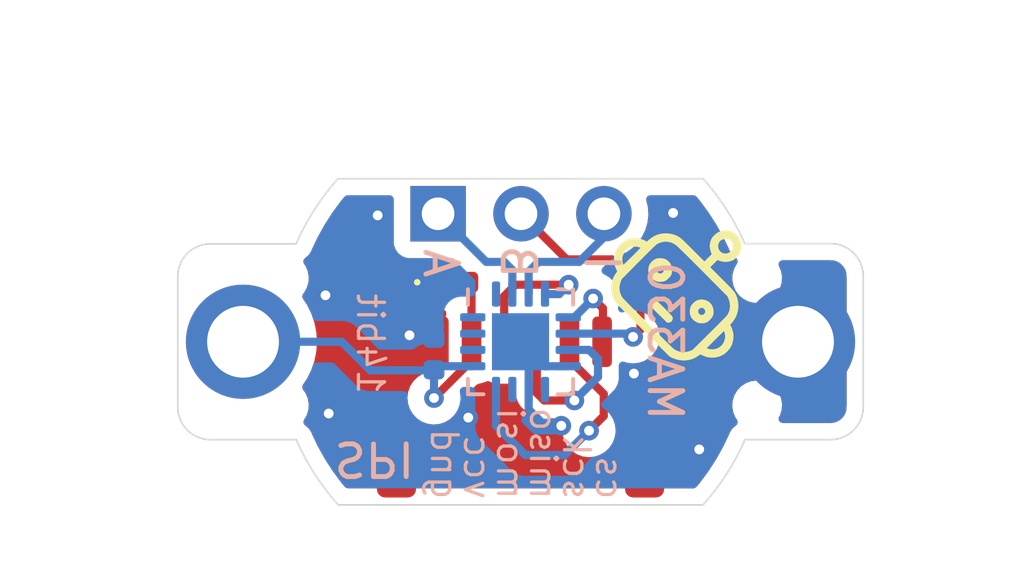
<source format=kicad_pcb>
(kicad_pcb (version 20211014) (generator pcbnew)
  (layers (0 "F.Cu" signal) (31 "B.Cu" signal) (34 "B.Paste" user) (35 "F.Paste" user) (36 "B.SilkS" user "B.Silkscreen") (37 "F.SilkS" user "F.Silkscreen") (38 "B.Mask" user) (39 "F.Mask" user) (44 "Edge.Cuts" user))
  (net 0 "")
  (net 1 "VCC")
  (net 2 "GND")
  (net 3 "Net-(D1-Pad1)")
  (net 4 "/MOSI")
  (net 5 "/MISO")
  (net 6 "/SCK")
  (net 7 "/nCS")
  (net 8 "/ABI_A")
  (net 9 "/ABI_B")
  (net 10 "/ABI_I")
  (footprint "LED_SMD:LED_0402_1005Metric" (layer "F.Cu") (at 97.925 78.175)
    (fp_text reference "D1")
    (fp_text value "green")
    (fp_circle (center -1.09 0) (end -1.04 0) (layer "F.SilkS") (width 0.1) (fill none))
    (pad "1" smd roundrect locked (at -0.485 0) (size 0.59 0.64) (layers "F.Cu" "F.Paste" "F.Mask") (net 3 "Net-(D1-Pad1)"))
    (pad "2" smd roundrect locked (at 0.485 0) (size 0.59 0.64) (layers "F.Cu" "F.Paste" "F.Mask") (net 1 "VCC"))
  )
  (footprint "MountingHole:MountingHole_2.2mm_M2_ISO7380_Pad" (layer "F.Cu") (at 91.5 80)
    (fp_text reference "H1")
    (fp_text value "MountingHole_Pad")
    (pad "1" thru_hole circle locked (at 0 0) (size 3.5 3.5) (drill 2.2) (layers *.Cu *.Mask) (net 1 "VCC"))
  )
  (footprint "MountingHole:MountingHole_2.2mm_M2_ISO7380_Pad" (layer "F.Cu") (at 108.5 80)
    (fp_text reference "H2")
    (fp_text value "MountingHole_Pad")
    (pad "1" thru_hole circle locked (at 0 0) (size 3.5 3.5) (drill 2.2) (layers *.Cu *.Mask) (net 2 "GND"))
  )
  (footprint "Connector_JST:JST_SH_SM06B-SRSS-TB_1x06-1MP_P1.00mm_Horizontal" (layer "F.Cu") (at 100 82)
    (fp_text reference "J1")
    (fp_text value "Conn_01x06_MountingPin")
    (pad "1" smd roundrect (at -2.5 -2) (size 0.6 1.55) (layers "F.Cu" "F.Paste" "F.Mask") (net 2 "GND"))
    (pad "2" smd roundrect (at -1.5 -2) (size 0.6 1.55) (layers "F.Cu" "F.Paste" "F.Mask") (net 1 "VCC"))
    (pad "3" smd roundrect (at -0.5 -2) (size 0.6 1.55) (layers "F.Cu" "F.Paste" "F.Mask") (net 4 "/MOSI"))
    (pad "4" smd roundrect (at 0.5 -2) (size 0.6 1.55) (layers "F.Cu" "F.Paste" "F.Mask") (net 5 "/MISO"))
    (pad "5" smd roundrect (at 1.5 -2) (size 0.6 1.55) (layers "F.Cu" "F.Paste" "F.Mask") (net 6 "/SCK"))
    (pad "6" smd roundrect (at 2.5 -2) (size 0.6 1.55) (layers "F.Cu" "F.Paste" "F.Mask") (net 7 "/nCS"))
    (pad "MP" smd roundrect (at -3.8 1.875) (size 1.2 1.8) (layers "F.Cu" "F.Paste" "F.Mask") (roundrect_rratio 0.2083333333) (net 2 "GND"))
    (pad "MP" smd roundrect (at 3.8 1.875) (size 1.2 1.8) (layers "F.Cu" "F.Paste" "F.Mask") (roundrect_rratio 0.2083333333) (net 2 "GND"))
  )
  (footprint "Connector_PinHeader_2.54mm:PinHeader_1x03_P2.54mm_Vertical" (layer "F.Cu") (at 97.475 76.075 90)
    (fp_text reference "J2")
    (fp_text value "Castellations_ABI")
    (pad "1" thru_hole rect locked (at 0 0 90) (size 1.7 1.7) (drill 1) (layers *.Cu *.Mask) (net 8 "/ABI_A"))
    (pad "2" thru_hole oval locked (at 0 2.54 90) (size 1.7 1.7) (drill 1) (layers *.Cu *.Mask) (net 9 "/ABI_B"))
    (pad "3" thru_hole oval locked (at 0 5.08 90) (size 1.7 1.7) (drill 1) (layers *.Cu *.Mask) (net 10 "/ABI_I"))
  )
  (footprint "Resistor_SMD:R_0402_1005Metric" (layer "F.Cu") (at 95.625 78.17 180)
    (fp_text reference "R1")
    (fp_text value "1k")
    (pad "1" smd roundrect locked (at -0.485 0 180) (size 0.59 0.64) (layers "F.Cu" "F.Paste" "F.Mask") (net 3 "Net-(D1-Pad1)"))
    (pad "2" smd roundrect locked (at 0.485 0 180) (size 0.59 0.64) (layers "F.Cu" "F.Paste" "F.Mask") (net 2 "GND"))
  )
  (footprint "runger:Mousebite" (layer "F.Cu") (at 107.25 81.95)
    (fp_text reference "H**" hide)
    (fp_text value "Mousebite" hide)
    (pad "" np_thru_hole circle locked (at 0 0) (size 0.5 0.5) (drill 0.5) (layers *.Cu *.Mask))
  )
  (footprint "runger:Mousebite" (layer "F.Cu") (at 107.25 78.05)
    (fp_text reference "H**" hide)
    (fp_text value "Mousebite" hide)
    (pad "" np_thru_hole circle locked (at 0 0) (size 0.5 0.5) (drill 0.5) (layers *.Cu *.Mask))
  )
  (footprint "runger:Mousebite" (layer "F.Cu") (at 92.75 81.95)
    (fp_text reference "H**" hide)
    (fp_text value "Mousebite" hide)
    (pad "" np_thru_hole circle locked (at 0 0) (size 0.5 0.5) (drill 0.5) (layers *.Cu *.Mask))
  )
  (footprint "runger:Mousebite" (layer "F.Cu") (at 92.75 78.05)
    (fp_text reference "H**" hide)
    (fp_text value "Mousebite" hide)
    (pad "" np_thru_hole circle locked (at 0 0) (size 0.5 0.5) (drill 0.5) (layers *.Cu *.Mask))
  )
  (footprint "runger:Robo_logo2" (layer "F.Cu") (at 105.175 78.175 -45)
    (fp_text reference "L1" hide)
    (fp_text value "Robo_Logo" hide)
    (fp_poly (pts (xy 0.097813 -2.033273) (xy 0.186492 -2.006246) (xy 0.268214 -1.96053) (xy 0.34422 -1.895576) (xy 0.353277 -1.886187) (xy 0.40812 -1.817965) (xy 0.44613 -1.745631) (xy 0.4685 -1.665749) (xy 0.476428 -1.574883) (xy 0.475802 -1.534168) (xy 0.473144 -1.485324) (xy 0.468585 -1.449197) (xy 0.460295 -1.418185) (xy 0.446443 -1.384687) (xy 0.433155 -1.3571) (xy 0.38195 -1.273063) (xy 0.318455 -1.204615) (xy 0.240771 -1.149882) (xy 0.203514 -1.13056) (xy 0.122471 -1.0922) (xy 0.122195 -0.93218) (xy 0.12192 -0.77216) (xy 0.61722 -0.771984) (xy 0.739095 -0.77186) (xy 0.842638 -0.771477) (xy 0.929835 -0.770681) (xy 1.002672 -0.769317) (xy 1.063137 -0.767231) (xy 1.113215 -0.764267) (xy 1.154894 -0.760272) (xy 1.19016 -0.755089) (xy 1.221001 -0.748566) (xy 1.249402 -0.740546) (xy 1.277351 -0.730876) (xy 1.306834 -0.719399) (xy 1.310281 -0.71801) (xy 1.397129 -0.677159) (xy 1.47441 -0.627391) (xy 1.549244 -0.563975) (xy 1.565153 -0.54864) (xy 1.64756 -0.454337) (xy 1.711593 -0.351364) (xy 1.751969 -0.255855) (xy 1.769983 -0.192551) (xy 1.784764 -0.121009) (xy 1.794734 -0.05026) (xy 1.79832 0.009764) (xy 1.799879 0.035382) (xy 1.808524 0.047841) (xy 1.830203 0.05427) (xy 1.83642 0.055422) (xy 1.883138 0.069054) (xy 1.938766 0.093237) (xy 1.997289 0.12473) (xy 2.052698 0.160289) (xy 2.098981 0.196672) (xy 2.100044 0.197632) (xy 2.166196 0.267786) (xy 2.224251 0.349103) (xy 2.269513 0.43461) (xy 2.283777 0.47065) (xy 2.302854 0.544344) (xy 2.313502 0.62867) (xy 2.315313 0.715594) (xy 2.307882 0.797078) (xy 2.301839 0.82804) (xy 2.267383 0.931737) (xy 2.21538 1.028275) (xy 2.148023 1.115306) (xy 2.067506 1.190481) (xy 1.976023 1.251453) (xy 1.875768 1.295873) (xy 1.859849 1.301043) (xy 1.828188 1.312774) (xy 1.805002 1.324939) (xy 1.797128 1.332267) (xy 1.792292 1.348767) (xy 1.786004 1.37906) (xy 1.779571 1.416808) (xy 1.779154 1.419531) (xy 1.752587 1.528373) (xy 1.707662 1.632248) (xy 1.646122 1.729159) (xy 1.569712 1.817109) (xy 1.480174 1.8941) (xy 1.379254 1.958136) (xy 1.268694 2.007217) (xy 1.26492 2.008553) (xy 1.18364 2.03708) (xy 0.0254 2.038938) (xy -0.160295 2.039194) (xy -0.326694 2.039328) (xy -0.474822 2.03933) (xy -0.605704 2.039191) (xy -0.720364 2.0389) (xy -0.819827 2.038449) (xy -0.905117 2.037826) (xy -0.977259 2.037023) (xy -1.037276 2.036031) (xy -1.086194 2.034838) (xy -1.125037 2.033435) (xy -1.15483 2.031814) (xy -1.176596 2.029963) (xy -1.191361 2.027873) (xy -1.1938 2.027374) (xy -1.304486 1.993291) (xy -1.408518 1.942326) (xy -1.503918 1.876537) (xy -1.588705 1.797979) (xy -1.660899 1.708708) (xy -1.718521 1.610779) (xy -1.75959 1.50625) (xy -1.779155 1.419531) (xy -1.78555 1.381502) (xy -1.79189 1.35049) (xy -1.796869 1.332833) (xy -1.797129 1.332267) (xy -1.810012 1.321823) (xy -1.836099 1.309459) (xy -1.85985 1.301043) (xy -1.949042 1.26608) (xy -2.030205 1.217852) (xy -2.108185 1.153335) (xy -2.128746 1.13331) (xy -2.202097 1.048655) (xy -2.25641 0.959996) (xy -2.292558 0.865054) (xy -2.311415 0.76155) (xy -2.313737 0.661106) (xy -2.069701 0.661106) (xy -2.064993 0.741119) (xy -2.064803 0.742151) (xy -2.039303 0.831107) (xy -1.998459 0.908416) (xy -1.952029 0.963925) (xy -1.920202 0.991581) (xy -1.88405 1.017948) (xy -1.848823 1.039695) (xy -1.819771 1.05349) (xy -1.80594 1.056631) (xy -1.804215 1.046846) (xy -1.802626 1.018977) (xy -1.801219 0.975261) (xy -1.80004 0.917932) (xy -1.799134 0.849229) (xy -1.798546 0.771386) (xy -1.798321 0.68664) (xy -1.79832 0.68072) (xy -1.798462 0.595587) (xy -1.798863 0.517207) (xy -1.799493 0.447814) (xy -1.80032 0.389645) (xy -1.800338 0.388824) (xy -1.54274 0.388824) (xy -1.542529 0.535018) (xy -1.542104 0.666108) (xy -1.53924 1.397) (xy -1.515308 1.456336) (xy -1.467107 1.550437) (xy -1.404381 1.631517) (xy -1.328757 1.698202) (xy -1.241861 1.749117) (xy -1.14532 1.782889) (xy -1.12268 1.787936) (xy -1.10573 1.789301) (xy -1.070106 1.790558) (xy -1.017456 1.791708) (xy -0.949427 1.792749) (xy -0.867665 1.793681) (xy -0.773818 1.794502) (xy -0.669531 1.795214) (xy -0.556453 1.795814) (xy -0.436228 1.796302) (xy -0.310505 1.796677) (xy -0.180931 1.79694) (xy -0.049151 1.797088) (xy 0.083187 1.797122) (xy 0.214437 1.797041) (xy 0.342951 1.796844) (xy 0.467084 1.79653) (xy 0.585187 1.796099) (xy 0.695615 1.79555) (xy 0.796721 1.794883) (xy 0.886857 1.794096) (xy 0.964377 1.793189) (xy 1.027635 1.792162) (xy 1.074983 1.791014) (xy 1.104775 1.789744) (xy 1.114014 1.788839) (xy 1.21477 1.759864) (xy 1.305507 1.713636) (xy 1.384854 1.651291) (xy 1.451441 1.573965) (xy 1.503899 1.482793) (xy 1.515307 1.456336) (xy 1.53924 1.397) (xy 1.542068 0.674918) (xy 1.79832 0.674918) (xy 1.79832 1.058009) (xy 1.82118 1.051365) (xy 1.841503 1.042282) (xy 1.871333 1.025356) (xy 1.898977 1.007702) (xy 1.964323 0.952274) (xy 2.014104 0.88628) (xy 2.048092 0.812482) (xy 2.06606 0.733646) (xy 2.06778 0.652533) (xy 2.053025 0.571909) (xy 2.021565 0.494536) (xy 1.973174 0.423177) (xy 1.949301 0.397211) (xy 1.923071 0.374374) (xy 1.890114 0.35027) (xy 1.855868 0.328353) (xy 1.82577 0.312075) (xy 1.80526 0.304887) (xy 1.803737 0.3048) (xy 1.802511 0.314587) (xy 1.801383 0.34246) (xy 1.800383 0.386185) (xy 1.799545 0.443528) (xy 1.7989 0.512253) (xy 1.798481 0.590128) (xy 1.79832 0.674918) (xy 1.542068 0.674918) (xy 1.542103 0.666108) (xy 1.542599 0.497897) (xy 1.54269 0.349966) (xy 1.542376 0.22228) (xy 1.541655 0.114804) (xy 1.540528 0.027501) (xy 1.538994 -0.039662) (xy 1.537053 -0.086723) (xy 1.534705 -0.113716) (xy 1.534153 -0.116872) (xy 1.505381 -0.206853) (xy 1.458852 -0.290619) (xy 1.396771 -0.365731) (xy 1.321347 -0.429749) (xy 1.234787 -0.480235) (xy 1.187567 -0.499805) (xy 1.12268 -0.52324) (xy 0.06096 -0.52619) (xy -0.121935 -0.526594) (xy -0.291295 -0.526757) (xy -0.446409 -0.526683) (xy -0.586564 -0.526377) (xy -0.71105 -0.525842) (xy -0.819155 -0.525084) (xy -0.910166 -0.524108) (xy -0.983372 -0.522917) (xy -1.038061 -0.521516) (xy -1.073521 -0.519909) (xy -1.084301 -0.518973) (xy -1.179842 -0.499897) (xy -1.264409 -0.466246) (xy -1.342058 -0.415999) (xy -1.405094 -0.359298) (xy -1.448956 -0.305335) (xy -1.488414 -0.239423) (xy -1.518989 -0.169931) (xy -1.533737 -0.11888) (xy -1.536183 -0.098098) (xy -1.538233 -0.060901) (xy -1.539893 -0.006788) (xy -1.541168 0.06474) (xy -1.542064 0.154185) (xy -1.542586 0.262046) (xy -1.54274 0.388824) (xy -1.800338 0.388824) (xy -1.80131 0.344937) (xy -1.802432 0.315925) (xy -1.803653 0.304846) (xy -1.803738 0.3048) (xy -1.815097 0.30903) (xy -1.838533 0.319909) (xy -1.858339 0.329722) (xy -1.925864 0.37472) (xy -1.982583 0.433994) (xy -2.026675 0.503907) (xy -2.056322 0.580823) (xy -2.069701 0.661106) (xy -2.313737 0.661106) (xy -2.313989 0.65024) (xy -2.300325 0.536454) (xy -2.269047 0.432407) (xy -2.219626 0.336961) (xy -2.151529 0.248981) (xy -2.104251 0.201827) (xy -2.055759 0.162847) (xy -1.998681 0.125465) (xy -1.938894 0.092906) (xy -1.882278 0.068396) (xy -1.837853 0.055691) (xy -1.801186 0.049076) (xy -1.794474 -0.038236) (xy -1.781416 -0.144723) (xy -1.758995 -0.238269) (xy -1.727587 -0.320816) (xy -1.668331 -0.427322) (xy -1.592792 -0.523024) (xy -1.502942 -0.606046) (xy -1.400753 -0.674511) (xy -1.310282 -0.71801) (xy -1.280506 -0.729696) (xy -1.252485 -0.739559) (xy -1.224232 -0.747754) (xy -1.19376 -0.754436) (xy -1.159082 -0.759759) (xy -1.118211 -0.763878) (xy -1.069161 -0.766948) (xy -1.009945 -0.769124) (xy -0.938576 -0.77056) (xy -0.853068 -0.771412) (xy -0.751434 -0.771833) (xy -0.631687 -0.771978) (xy -0.61722 -0.771984) (xy -0.12192 -0.77216) (xy -0.122472 -1.0922) (xy -0.203515 -1.13056) (xy -0.287715 -1.1801) (xy -0.356929 -1.242569) (xy -0.413057 -1.31984) (xy -0.433156 -1.3571) (xy -0.451754 -1.39651) (xy -0.463563 -1.428344) (xy -0.470417 -1.460207) (xy -0.474144 -1.499698) (xy -0.475803 -1.534168) (xy -0.47547 -1.54385) (xy -0.232207 -1.54385) (xy -0.226704 -1.511201) (xy -0.212015 -1.473437) (xy -0.210775 -1.470716) (xy -0.173627 -1.411857) (xy -0.1245 -1.368254) (xy -0.06612 -1.341137) (xy -0.001214 -1.331737) (xy 0.067493 -1.341287) (xy 0.072558 -1.342752) (xy 0.124102 -1.367849) (xy 0.170263 -1.408459) (xy 0.20593 -1.459777) (xy 0.213119 -1.474894) (xy 0.230063 -1.538334) (xy 0.228163 -1.602024) (xy 0.20856 -1.662537) (xy 0.172395 -1.716447) (xy 0.120809 -1.760327) (xy 0.117368 -1.762492) (xy 0.085246 -1.780217) (xy 0.056158 -1.789549) (xy 0.020627 -1.792969) (xy 0 -1.79324) (xy -0.041527 -1.791671) (xy -0.072343 -1.785309) (xy -0.101926 -1.77167) (xy -0.117369 -1.762492) (xy -0.170455 -1.718251) (xy -0.208183 -1.661915) (xy -0.228624 -1.596556) (xy -0.230486 -1.5825) (xy -0.232207 -1.54385) (xy -0.47547 -1.54385) (xy -0.472336 -1.634808) (xy -0.452825 -1.724048) (xy -0.416505 -1.803885) (xy -0.362609 -1.876319) (xy -0.332953 -1.906526) (xy -0.257649 -1.967521) (xy -0.179661 -2.009557) (xy -0.095663 -2.033983) (xy -0.002332 -2.042152) (xy 0.000938 -2.042161) (xy 0.097813 -2.033273)) (layer "F.SilkS") (width 0.01) (fill solid))
    (fp_poly (pts (xy 0.986438 0.014923) (xy 1.060362 0.044017) (xy 1.127592 0.088719) (xy 1.161498 0.120766) (xy 1.203048 0.170304) (xy 1.230682 0.217184) (xy 1.246804 0.267721) (xy 1.253812 0.328229) (xy 1.254653 0.36576) (xy 1.253911 0.414946) (xy 1.250751 0.450757) (xy 1.243964 0.480101) (xy 1.232341 0.509888) (xy 1.22763 0.520156) (xy 1.185181 0.58825) (xy 1.127574 0.647261) (xy 1.059504 0.692457) (xy 1.054096 0.695163) (xy 0.994477 0.716172) (xy 0.926104 0.727373) (xy 0.857164 0.728111) (xy 0.795845 0.717726) (xy 0.79116 0.716282) (xy 0.717714 0.682449) (xy 0.651949 0.632363) (xy 0.597684 0.569722) (xy 0.558734 0.498223) (xy 0.55447 0.487022) (xy 0.541188 0.427663) (xy 0.538719 0.364108) (xy 0.7874 0.364108) (xy 0.790132 0.400703) (xy 0.800213 0.426279) (xy 0.81224 0.441364) (xy 0.849739 0.468228) (xy 0.893251 0.479195) (xy 0.93707 0.473905) (xy 0.975492 0.451998) (xy 0.975831 0.451693) (xy 1.001822 0.416117) (xy 1.012073 0.374572) (xy 1.007006 0.33252) (xy 0.987043 0.295425) (xy 0.962106 0.273872) (xy 0.915745 0.255793) (xy 0.870018 0.257052) (xy 0.828082 0.277431) (xy 0.82058 0.283646) (xy 0.800035 0.304795) (xy 0.79026 0.325783) (xy 0.787457 0.355817) (xy 0.7874 0.364108) (xy 0.538719 0.364108) (xy 0.53853 0.359264) (xy 0.545973 0.289777) (xy 0.562998 0.227152) (xy 0.572955 0.204665) (xy 0.620513 0.133516) (xy 0.682451 0.076017) (xy 0.756986 0.033504) (xy 0.834304 0.008956) (xy 0.90977 0.002786) (xy 0.986438 0.014923)) (layer "F.SilkS") (width 0.01) (fill solid))
    (fp_poly (pts (xy 0.109648 1.108074) (xy 0.181977 1.108995) (xy 0.246828 1.110394) (xy 0.301111 1.112273) (xy 0.34174 1.11463) (xy 0.365625 1.117466) (xy 0.367646 1.117953) (xy 0.411414 1.139753) (xy 0.441917 1.175255) (xy 0.456393 1.220837) (xy 0.4572 1.235368) (xy 0.454299 1.267576) (xy 0.442839 1.293313) (xy 0.42243 1.318409) (xy 0.38766 1.35636) (xy 0.01349 1.358862) (xy -0.086109 1.359423) (xy -0.167411 1.359599) (xy -0.232438 1.359326) (xy -0.283212 1.35854) (xy -0.321753 1.357174) (xy -0.350083 1.355164) (xy -0.370224 1.352446) (xy -0.384195 1.348955) (xy -0.391682 1.34587) (xy -0.427256 1.31781) (xy -0.449564 1.279059) (xy -0.457458 1.23505) (xy -0.449786 1.191222) (xy -0.431147 1.159316) (xy -0.403631 1.135638) (xy -0.3711 1.119007) (xy -0.367647 1.117953) (xy -0.34666 1.115042) (xy -0.308447 1.11261) (xy -0.256096 1.110656) (xy -0.192694 1.109182) (xy -0.121331 1.108186) (xy -0.045094 1.10767) (xy 0.032928 1.107633) (xy 0.109648 1.108074)) (layer "F.SilkS") (width 0.01) (fill solid))
    (fp_poly (pts (xy -0.852964 0.006741) (xy -0.817725 0.011646) (xy -0.784163 0.022321) (xy -0.750304 0.037274) (xy -0.673759 0.083754) (xy -0.612127 0.14399) (xy -0.571847 0.205393) (xy -0.558897 0.231799) (xy -0.55062 0.255572) (xy -0.54599 0.282534) (xy -0.54398 0.318509) (xy -0.54356 0.36576) (xy -0.54392 0.414476) (xy -0.545819 0.448904) (xy -0.550486 0.475073) (xy -0.559149 0.499011) (xy -0.573038 0.526749) (xy -0.578408 0.536712) (xy -0.627833 0.608228) (xy -0.689348 0.664085) (xy -0.761289 0.703224) (xy -0.841998 0.724585) (xy -0.878285 0.728009) (xy -0.922977 0.727777) (xy -0.96726 0.723815) (xy -0.996902 0.718102) (xy -1.071873 0.6867) (xy -1.138466 0.638469) (xy -1.193765 0.576147) (xy -1.234861 0.502475) (xy -1.240146 0.489229) (xy -1.254921 0.428174) (xy -1.257529 0.379922) (xy -1.011775 0.379922) (xy -1.000461 0.419396) (xy -0.976344 0.450614) (xy -0.942976 0.471496) (xy -0.903905 0.479966) (xy -0.862681 0.473947) (xy -0.822855 0.45136) (xy -0.816409 0.445657) (xy -0.792327 0.410916) (xy -0.784475 0.37133) (xy -0.79105 0.331419) (xy -0.810248 0.295701) (xy -0.840265 0.268694) (xy -0.879298 0.254916) (xy -0.892911 0.254037) (xy -0.940383 0.262888) (xy -0.978565 0.287515) (xy -1.003588 0.325192) (xy -1.006738 0.334267) (xy -1.011775 0.379922) (xy -1.257529 0.379922) (xy -1.258686 0.358539) (xy -1.251704 0.288652) (xy -1.234236 0.226841) (xy -1.231721 0.220972) (xy -1.197754 0.164248) (xy -1.14968 0.109757) (xy -1.093386 0.063333) (xy -1.04366 0.034658) (xy -1.004496 0.018692) (xy -0.969085 0.009806) (xy -0.928075 0.006124) (xy -0.89916 0.005634) (xy -0.852964 0.006741)) (layer "F.SilkS") (width 0.01) (fill solid))
  )
  (footprint "Capacitor_SMD:C_0402_1005Metric" (layer "B.Cu") (at 97.35 80.375 -90)
    (fp_text reference "C2")
    (fp_text value "1uF 6.3V")
    (pad "1" smd roundrect locked (at -0.485 0 270) (size 0.59 0.64) (layers "B.Cu" "B.Paste" "B.Mask") (net 2 "GND"))
    (pad "2" smd roundrect locked (at 0.485 0 270) (size 0.59 0.64) (layers "B.Cu" "B.Paste" "B.Mask") (net 1 "VCC"))
  )
  (footprint "Package_DFN_QFN:QFN-16-1EP_3x3mm_P0.5mm_EP1.75x1.75mm" (layer "B.Cu") (at 100 80 -90)
    (fp_text reference "U1")
    (fp_text value "MA730")
    (fp_line (start 1.135 1.61) (end 1.61 1.61) (layer "B.SilkS") (width 0.12))
    (fp_line (start -1.61 -1.61) (end -1.61 -1.135) (layer "B.SilkS") (width 0.12))
    (fp_line (start -1.135 1.61) (end -1.61 1.61) (layer "B.SilkS") (width 0.12))
    (fp_line (start 1.61 -1.61) (end 1.61 -1.135) (layer "B.SilkS") (width 0.12))
    (fp_line (start 1.61 1.61) (end 1.61 1.135) (layer "B.SilkS") (width 0.12))
    (fp_line (start -1.135 -1.61) (end -1.61 -1.61) (layer "B.SilkS") (width 0.12))
    (fp_line (start 1.135 -1.61) (end 1.61 -1.61) (layer "B.SilkS") (width 0.12))
    (pad "1" smd roundrect locked (at -1.4625 0.75 270) (size 0.775 0.25) (layers "B.Cu" "B.Paste" "B.Mask"))
    (pad "2" smd roundrect locked (at -1.4625 0.25 270) (size 0.775 0.25) (layers "B.Cu" "B.Paste" "B.Mask") (net 8 "/ABI_A"))
    (pad "3" smd roundrect locked (at -1.4625 -0.25 270) (size 0.775 0.25) (layers "B.Cu" "B.Paste" "B.Mask") (net 10 "/ABI_I"))
    (pad "4" smd roundrect locked (at -1.4625 -0.75 270) (size 0.775 0.25) (layers "B.Cu" "B.Paste" "B.Mask") (net 4 "/MOSI"))
    (pad "5" smd roundrect locked (at -0.75 -1.4625 270) (size 0.25 0.775) (layers "B.Cu" "B.Paste" "B.Mask") (net 7 "/nCS"))
    (pad "6" smd roundrect locked (at -0.25 -1.4625 270) (size 0.25 0.775) (layers "B.Cu" "B.Paste" "B.Mask") (net 9 "/ABI_B"))
    (pad "7" smd roundrect locked (at 0.25 -1.4625 270) (size 0.25 0.775) (layers "B.Cu" "B.Paste" "B.Mask") (net 5 "/MISO"))
    (pad "8" smd roundrect locked (at 0.75 -1.4625 270) (size 0.25 0.775) (layers "B.Cu" "B.Paste" "B.Mask") (net 2 "GND"))
    (pad "9" smd roundrect locked (at 1.4625 -0.75 270) (size 0.775 0.25) (layers "B.Cu" "B.Paste" "B.Mask"))
    (pad "10" smd roundrect locked (at 1.4625 -0.25 270) (size 0.775 0.25) (layers "B.Cu" "B.Paste" "B.Mask") (net 2 "GND"))
    (pad "11" smd roundrect locked (at 1.4625 0.25 270) (size 0.775 0.25) (layers "B.Cu" "B.Paste" "B.Mask"))
    (pad "12" smd roundrect locked (at 1.4625 0.75 270) (size 0.775 0.25) (layers "B.Cu" "B.Paste" "B.Mask") (net 6 "/SCK"))
    (pad "13" smd roundrect locked (at 0.75 1.4625 270) (size 0.25 0.775) (layers "B.Cu" "B.Paste" "B.Mask") (net 1 "VCC"))
    (pad "14" smd roundrect locked (at 0.25 1.4625 270) (size 0.25 0.775) (layers "B.Cu" "B.Paste" "B.Mask"))
    (pad "15" smd roundrect locked (at -0.25 1.4625 270) (size 0.25 0.775) (layers "B.Cu" "B.Paste" "B.Mask"))
    (pad "16" smd roundrect locked (at -0.75 1.4625 270) (size 0.25 0.775) (layers "B.Cu" "B.Paste" "B.Mask"))
    (pad "17" smd rect locked (at 0 0 270) (size 1.75 1.75) (layers "B.Cu" "B.Mask") (net 2 "GND"))
  )
  (gr_arc (start 93.126291 76.999965) (mid 93.688426 75.948813) (end 94.410001 75.000001) (layer "Edge.Cuts") (width 0.05))
  (gr_line (start 110.5 82) (end 110.5 77.99) (layer "Edge.Cuts") (width 0.05))
  (gr_arc (start 105.590443 74.999605) (mid 106.309206 75.944026) (end 106.87 76.99) (layer "Edge.Cuts") (width 0.05))
  (gr_arc (start 89.5 78) (mid 89.792893 77.292893) (end 90.5 77) (layer "Edge.Cuts") (width 0.05))
  (gr_arc (start 90.5 83.000049) (mid 89.792859 82.707141) (end 89.499951 82) (layer "Edge.Cuts") (width 0.05))
  (gr_arc (start 109.5 76.99) (mid 110.207107 77.282893) (end 110.5 77.99) (layer "Edge.Cuts") (width 0.05))
  (gr_line (start 90.5 83.000049) (end 93.13 83) (layer "Edge.Cuts") (width 0.05))
  (gr_line (start 89.5 78) (end 89.499951 82) (layer "Edge.Cuts") (width 0.05))
  (gr_line (start 106.875752 82.999745) (end 109.5 83) (layer "Edge.Cuts") (width 0.05))
  (gr_line (start 94.418983 85.000913) (end 105.59 85.002635) (layer "Edge.Cuts") (width 0.05))
  (gr_arc (start 94.418983 85.000913) (mid 93.694616 84.051912) (end 93.13 83) (layer "Edge.Cuts") (width 0.05))
  (gr_arc (start 110.5 82) (mid 110.207107 82.707107) (end 109.5 83) (layer "Edge.Cuts") (width 0.05))
  (gr_arc (start 106.875752 82.999745) (mid 106.312815 84.052506) (end 105.589999 85.002634) (layer "Edge.Cuts") (width 0.05))
  (gr_line (start 109.5 76.99) (end 106.87 76.99) (layer "Edge.Cuts") (width 0.05))
  (gr_line (start 94.410001 75.000001) (end 105.590443 74.999605) (layer "Edge.Cuts") (width 0.05))
  (gr_line (start 90.5 77) (end 93.126291 76.999965) (layer "Edge.Cuts") (width 0.05))
  (gr_text "A" (at 97.555 77.59 270) (layer "B.SilkS") (effects (font (size 1 1)) (justify mirror)))
  (gr_text "B" (at 99.925 77.55 270) (layer "B.SilkS") (effects (font (size 1 1)) (justify mirror)))
  (gr_text "SPI" (at 95.521716 83.586714 180) (layer "B.SilkS") (effects (font (size 1 1)) (justify mirror)))
  (gr_text "I" (at 102.575 77.575 90) (layer "B.SilkS") (effects (font (size 1 1)) (justify mirror)))
  (gr_text "vcc" (at 98.677144 84.9 270) (layer "B.SilkS") (effects (font (size 0.8 0.8) (thickness 0.1)) (justify left mirror)))
  (gr_text "cs" (at 102.722856 84.9 270) (layer "B.SilkS") (effects (font (size 0.8 0.8) (thickness 0.1)) (justify left mirror)))
  (gr_text "gnd" (at 97.665716 84.9 270) (layer "B.SilkS") (effects (font (size 0.8 0.8) (thickness 0.1)) (justify left mirror)))
  (gr_text "mosi" (at 99.688572 84.9 270) (layer "B.SilkS") (effects (font (size 0.8 0.8) (thickness 0.1)) (justify left mirror)))
  (gr_text "miso" (at 100.7 84.9 270) (layer "B.SilkS") (effects (font (size 0.8 0.8) (thickness 0.1)) (justify left mirror)))
  (gr_text "sck" (at 101.711428 84.9 270) (layer "B.SilkS") (effects (font (size 0.8 0.8) (thickness 0.1)) (justify left mirror)))
  (gr_text "MA330" (at 104.425 79.975 270) (layer "B.SilkS") (effects (font (size 1 1)) (justify mirror)))
  (gr_text "14bit" (at 95.4 81.675 270) (layer "B.SilkS") (effects (font (size 0.8 0.8) (thickness 0.1)) (justify left mirror)))
  (segment (start 98.5 80) (end 98.5 78.265) (width 0.25) (layer "F.Cu") (net 1))
  (segment (start 98.5 80) (end 98.5 80.575) (width 0.25) (layer "F.Cu") (net 1))
  (segment (start 98.5 80.575) (end 97.35 81.725) (width 0.25) (layer "F.Cu") (net 1))
  (segment (start 98.5 78.265) (end 98.41 78.175) (width 0.25) (layer "F.Cu") (net 1))
  (via (at 97.35 81.725) (size 0.6) (drill 0.3) (layers "F.Cu" "B.Cu") (net 1))
  (segment (start 94.525 80) (end 95.4 80.875) (width 0.25) (layer "B.Cu") (net 1))
  (segment (start 97.335 80.875) (end 97.35 80.86) (width 0.25) (layer "B.Cu") (net 1))
  (segment (start 91.5 80) (end 94.525 80) (width 0.25) (layer "B.Cu") (net 1))
  (segment (start 97.35 81.725) (end 97.35 80.86) (width 0.25) (layer "B.Cu") (net 1))
  (segment (start 97.46 80.75) (end 97.35 80.86) (width 0.25) (layer "B.Cu") (net 1))
  (segment (start 95.4 80.875) (end 97.335 80.875) (width 0.25) (layer "B.Cu") (net 1))
  (segment (start 98.5375 80.75) (end 97.46 80.75) (width 0.25) (layer "B.Cu") (net 1))
  (via (at 104.675 76.05) (size 0.6) (drill 0.3) (layers "F.Cu" "B.Cu") (net 2))
  (via (at 96.6 79.8) (size 0.6) (drill 0.3) (layers "F.Cu" "B.Cu") (net 2))
  (via (at 101.25 82.575) (size 0.6) (drill 0.3) (layers "F.Cu" "B.Cu") (net 2))
  (via (at 95.625 76.125) (size 0.6) (drill 0.3) (layers "F.Cu" "B.Cu") (net 2))
  (via (at 94.125 82.2) (size 0.6) (drill 0.3) (layers "F.Cu" "B.Cu") (net 2))
  (via (at 105.475 83.3) (size 0.6) (drill 0.3) (layers "F.Cu" "B.Cu") (net 2))
  (via (at 94.025 78.575) (size 0.6) (drill 0.3) (layers "F.Cu" "B.Cu") (net 2))
  (via (at 98.4 82.325) (size 0.6) (drill 0.3) (layers "F.Cu" "B.Cu") (net 2))
  (via (at 103.475 80.975) (size 0.6) (drill 0.3) (layers "F.Cu" "B.Cu") (net 2))
  (segment (start 100.75 82.575) (end 101.25 82.575) (width 0.25) (layer "B.Cu") (net 2))
  (segment (start 100.75 80.75) (end 100 80) (width 0.25) (layer "B.Cu") (net 2))
  (segment (start 100.25 80.25) (end 100 80) (width 0.25) (layer "B.Cu") (net 2))
  (segment (start 100.25 81.4625) (end 100.25 82.075) (width 0.25) (layer "B.Cu") (net 2))
  (segment (start 101.4625 80.75) (end 100.75 80.75) (width 0.25) (layer "B.Cu") (net 2))
  (segment (start 100.25 82.075) (end 100.75 82.575) (width 0.25) (layer "B.Cu") (net 2))
  (segment (start 100.25 81.4625) (end 100.25 80.25) (width 0.25) (layer "B.Cu") (net 2))
  (segment (start 96.115 78.175) (end 96.11 78.17) (width 0.25) (layer "F.Cu") (net 3))
  (segment (start 97.44 78.175) (end 96.115 78.175) (width 0.25) (layer "F.Cu") (net 3))
  (segment (start 101.475 78.25) (end 99.85 78.25) (width 0.25) (layer "F.Cu") (net 4))
  (segment (start 99.85 78.25) (end 99.5 78.6) (width 0.25) (layer "F.Cu") (net 4))
  (segment (start 99.5 78.6) (end 99.5 80) (width 0.25) (layer "F.Cu") (net 4))
  (via (at 101.475 78.25) (size 0.6) (drill 0.3) (layers "F.Cu" "B.Cu") (net 4))
  (segment (start 101.1875 78.5375) (end 101.475 78.25) (width 0.25) (layer "B.Cu") (net 4))
  (segment (start 100.75 78.5375) (end 101.1875 78.5375) (width 0.25) (layer "B.Cu") (net 4))
  (segment (start 101.65 81.8) (end 100.725 81.8) (width 0.25) (layer "F.Cu") (net 5))
  (segment (start 100.725 81.8) (end 100.5 81.575) (width 0.25) (layer "F.Cu") (net 5))
  (segment (start 100.5 81.575) (end 100.5 80) (width 0.25) (layer "F.Cu") (net 5))
  (via (at 101.65 81.8) (size 0.6) (drill 0.3) (layers "F.Cu" "B.Cu") (net 5))
  (segment (start 101.65 81.8) (end 102.375 81.075) (width 0.25) (layer "B.Cu") (net 5))
  (segment (start 102.1 80.25) (end 101.4625 80.25) (width 0.25) (layer "B.Cu") (net 5))
  (segment (start 102.375 80.525) (end 102.1 80.25) (width 0.25) (layer "B.Cu") (net 5))
  (segment (start 102.375 81.075) (end 102.375 80.525) (width 0.25) (layer "B.Cu") (net 5))
  (segment (start 102.1 82.725) (end 102.55 82.275) (width 0.25) (layer "F.Cu") (net 6))
  (segment (start 102.55 82.275) (end 102.55 81.6) (width 0.25) (layer "F.Cu") (net 6))
  (segment (start 101.5 80.55) (end 101.5 80) (width 0.25) (layer "F.Cu") (net 6))
  (segment (start 102.55 81.6) (end 101.5 80.55) (width 0.25) (layer "F.Cu") (net 6))
  (via (at 102.1 82.725) (size 0.6) (drill 0.3) (layers "F.Cu" "B.Cu") (net 6))
  (segment (start 101.35 83.475) (end 100.15 83.475) (width 0.25) (layer "B.Cu") (net 6))
  (segment (start 100.15 83.475) (end 99.25 82.575) (width 0.25) (layer "B.Cu") (net 6))
  (segment (start 102.1 82.725) (end 101.35 83.475) (width 0.25) (layer "B.Cu") (net 6))
  (segment (start 99.25 82.575) (end 99.25 81.4625) (width 0.25) (layer "B.Cu") (net 6))
  (segment (start 102.525 79.975) (end 102.5 80) (width 0.25) (layer "F.Cu") (net 7))
  (segment (start 102.525 78.975) (end 102.525 79.975) (width 0.25) (layer "F.Cu") (net 7))
  (segment (start 102.225 78.675) (end 102.525 78.975) (width 0.25) (layer "F.Cu") (net 7))
  (via (at 102.225 78.675) (size 0.6) (drill 0.3) (layers "F.Cu" "B.Cu") (net 7))
  (segment (start 102.225 78.675) (end 101.65 79.25) (width 0.25) (layer "B.Cu") (net 7))
  (segment (start 101.65 79.25) (end 101.4625 79.25) (width 0.25) (layer "B.Cu") (net 7))
  (segment (start 99.75 77.8) (end 99.75 78.5375) (width 0.25) (layer "B.Cu") (net 8))
  (segment (start 98.95 77.55) (end 99.5 77.55) (width 0.25) (layer "B.Cu") (net 8))
  (segment (start 99.5 77.55) (end 99.75 77.8) (width 0.25) (layer "B.Cu") (net 8))
  (segment (start 97.475 76.075) (end 98.95 77.55) (width 0.25) (layer "B.Cu") (net 8))
  (segment (start 103.45 79.85) (end 103.675 79.625) (width 0.25) (layer "F.Cu") (net 9))
  (segment (start 102.8 77.475) (end 101.415 77.475) (width 0.25) (layer "F.Cu") (net 9))
  (segment (start 103.675 78.35) (end 102.8 77.475) (width 0.25) (layer "F.Cu") (net 9))
  (segment (start 101.415 77.475) (end 100.015 76.075) (width 0.25) (layer "F.Cu") (net 9))
  (segment (start 103.675 79.625) (end 103.675 78.35) (width 0.25) (layer "F.Cu") (net 9))
  (via (at 103.45 79.85) (size 0.6) (drill 0.3) (layers "F.Cu" "B.Cu") (net 9))
  (segment (start 103.45 79.85) (end 103.35 79.75) (width 0.25) (layer "B.Cu") (net 9))
  (segment (start 103.35 79.75) (end 101.4625 79.75) (width 0.25) (layer "B.Cu") (net 9))
  (segment (start 100.25 78.5375) (end 100.25 77.85) (width 0.25) (layer "B.Cu") (net 10))
  (segment (start 102.555 76.795) (end 102.555 76.075) (width 0.25) (layer "B.Cu") (net 10))
  (segment (start 100.25 77.85) (end 100.55 77.55) (width 0.25) (layer "B.Cu") (net 10))
  (segment (start 101.8 77.55) (end 102.555 76.795) (width 0.25) (layer "B.Cu") (net 10))
  (segment (start 100.55 77.55) (end 101.8 77.55) (width 0.25) (layer "B.Cu") (net 10))
  (zone (net 2) (net_name "GND") (layer "F.Cu") (connect_pads yes (clearance 0.508)) (min_thickness 0.254) (fill yes (thermal_gap 0.508) (thermal_bridge_width 0.508))
    (polygon (pts (xy 110.5 84.95) (xy 89.52 85.07) (xy 89.52 75.07) (xy 110.5 74.95)))
  )
  (zone (net 2) (net_name "GND") (layer "B.Cu") (connect_pads yes (clearance 0.508)) (min_thickness 0.254) (fill yes (thermal_gap 0.508) (thermal_bridge_width 0.508))
    (polygon (pts (xy 110.5 84.97) (xy 89.51 84.94) (xy 89.51 74.94) (xy 110.5 74.97)))
  )
)
</source>
